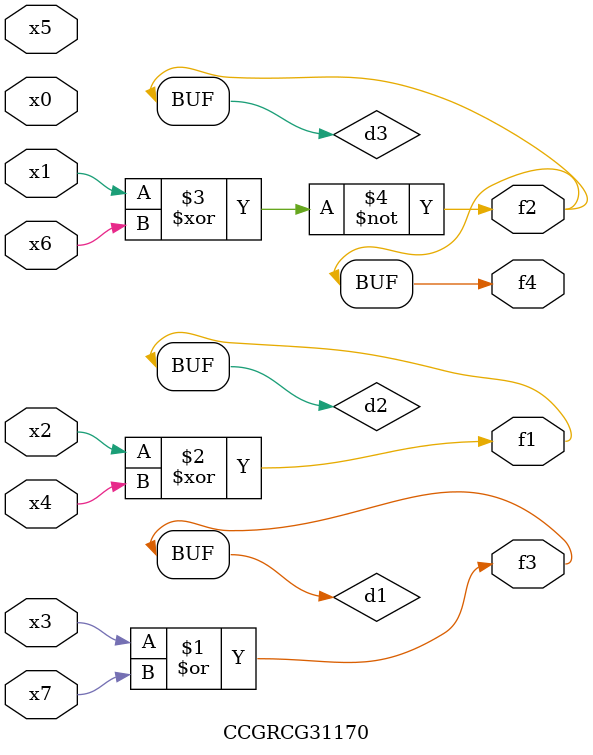
<source format=v>
module CCGRCG31170(
	input x0, x1, x2, x3, x4, x5, x6, x7,
	output f1, f2, f3, f4
);

	wire d1, d2, d3;

	or (d1, x3, x7);
	xor (d2, x2, x4);
	xnor (d3, x1, x6);
	assign f1 = d2;
	assign f2 = d3;
	assign f3 = d1;
	assign f4 = d3;
endmodule

</source>
